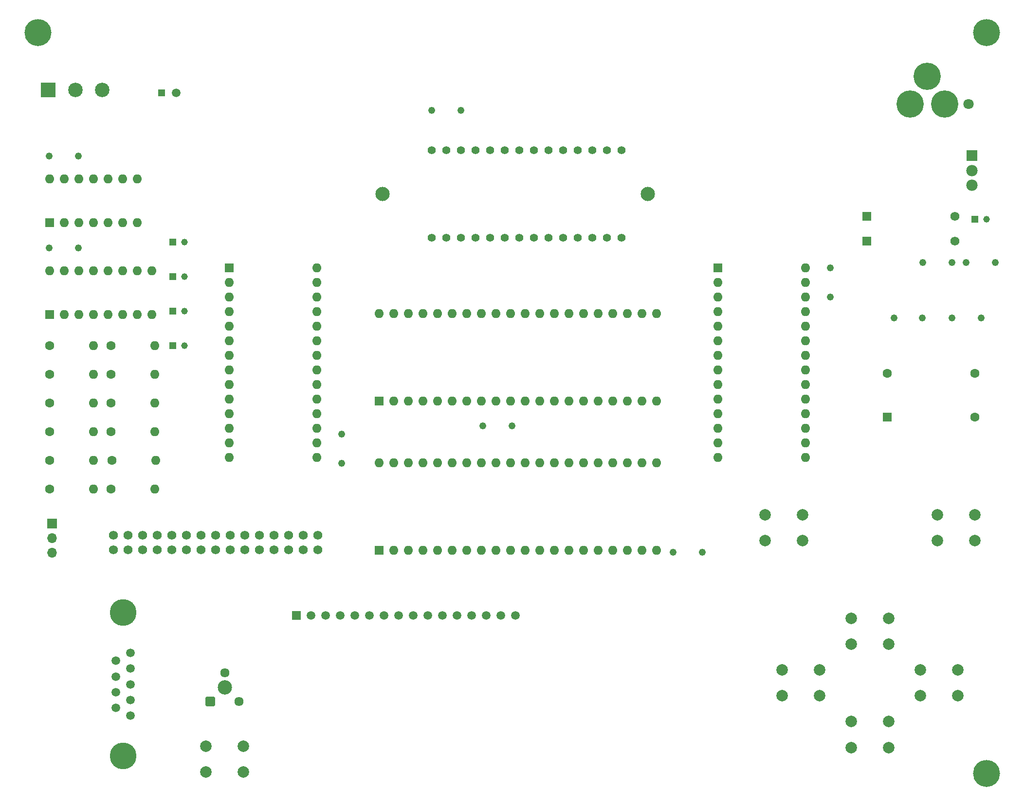
<source format=gbr>
%TF.GenerationSoftware,KiCad,Pcbnew,8.0.3*%
%TF.CreationDate,2024-08-11T02:15:34-07:00*%
%TF.ProjectId,6502-rev1,36353032-2d72-4657-9631-2e6b69636164,rev?*%
%TF.SameCoordinates,Original*%
%TF.FileFunction,Soldermask,Bot*%
%TF.FilePolarity,Negative*%
%FSLAX46Y46*%
G04 Gerber Fmt 4.6, Leading zero omitted, Abs format (unit mm)*
G04 Created by KiCad (PCBNEW 8.0.3) date 2024-08-11 02:15:34*
%MOMM*%
%LPD*%
G01*
G04 APERTURE LIST*
G04 Aperture macros list*
%AMRoundRect*
0 Rectangle with rounded corners*
0 $1 Rounding radius*
0 $2 $3 $4 $5 $6 $7 $8 $9 X,Y pos of 4 corners*
0 Add a 4 corners polygon primitive as box body*
4,1,4,$2,$3,$4,$5,$6,$7,$8,$9,$2,$3,0*
0 Add four circle primitives for the rounded corners*
1,1,$1+$1,$2,$3*
1,1,$1+$1,$4,$5*
1,1,$1+$1,$6,$7*
1,1,$1+$1,$8,$9*
0 Add four rect primitives between the rounded corners*
20,1,$1+$1,$2,$3,$4,$5,0*
20,1,$1+$1,$4,$5,$6,$7,0*
20,1,$1+$1,$6,$7,$8,$9,0*
20,1,$1+$1,$8,$9,$2,$3,0*%
G04 Aperture macros list end*
%ADD10C,1.600000*%
%ADD11O,1.600000X1.600000*%
%ADD12C,4.700000*%
%ADD13C,1.234000*%
%ADD14R,1.600000X1.600000*%
%ADD15C,2.475000*%
%ADD16C,1.404000*%
%ADD17C,1.980000*%
%ADD18R,1.980000X1.980000*%
%ADD19C,2.000000*%
%ADD20C,2.520000*%
%ADD21R,2.520000X2.520000*%
%ADD22C,2.500000*%
%ADD23C,1.612000*%
%ADD24RoundRect,0.102000X-0.704000X-0.704000X0.704000X-0.704000X0.704000X0.704000X-0.704000X0.704000X0*%
%ADD25C,1.570000*%
%ADD26C,4.650000*%
%ADD27C,1.500000*%
%ADD28R,1.500000X1.500000*%
%ADD29O,1.700000X1.700000*%
%ADD30R,1.700000X1.700000*%
%ADD31C,1.800000*%
%ADD32C,4.743000*%
%ADD33R,1.200000X1.200000*%
%ADD34C,1.575000*%
%ADD35R,1.575000X1.575000*%
%ADD36C,1.210000*%
%ADD37R,1.150000X1.150000*%
%ADD38C,1.150000*%
G04 APERTURE END LIST*
D10*
%TO.C,R11*%
X85380000Y-103000000D03*
D11*
X93000000Y-103000000D03*
%TD*%
D12*
%TO.C,MH5*%
X237500000Y-157500000D03*
%TD*%
%TO.C,MH4*%
X237500000Y-28500000D03*
%TD*%
%TO.C,MH3*%
X72500000Y-28500000D03*
%TD*%
D13*
%TO.C,Y1*%
X226320000Y-78190000D03*
X221440000Y-78190000D03*
%TD*%
D10*
%TO.C,X1*%
X220260000Y-87880000D03*
X235500000Y-87880000D03*
X235500000Y-95500000D03*
D14*
X220260000Y-95500000D03*
%TD*%
%TO.C,U8*%
X74565000Y-77620000D03*
D11*
X77105000Y-77620000D03*
X79645000Y-77620000D03*
X82185000Y-77620000D03*
X84725000Y-77620000D03*
X87265000Y-77620000D03*
X89805000Y-77620000D03*
X92345000Y-77620000D03*
X92345000Y-70000000D03*
X89805000Y-70000000D03*
X87265000Y-70000000D03*
X84725000Y-70000000D03*
X82185000Y-70000000D03*
X79645000Y-70000000D03*
X77105000Y-70000000D03*
X74565000Y-70000000D03*
%TD*%
D14*
%TO.C,U7*%
X105760000Y-69475000D03*
D11*
X105760000Y-72015000D03*
X105760000Y-74555000D03*
X105760000Y-77095000D03*
X105760000Y-79635000D03*
X105760000Y-82175000D03*
X105760000Y-84715000D03*
X105760000Y-87255000D03*
X105760000Y-89795000D03*
X105760000Y-92335000D03*
X105760000Y-94875000D03*
X105760000Y-97415000D03*
X105760000Y-99955000D03*
X105760000Y-102495000D03*
X121000000Y-102495000D03*
X121000000Y-99955000D03*
X121000000Y-97415000D03*
X121000000Y-94875000D03*
X121000000Y-92335000D03*
X121000000Y-89795000D03*
X121000000Y-87255000D03*
X121000000Y-84715000D03*
X121000000Y-82175000D03*
X121000000Y-79635000D03*
X121000000Y-77095000D03*
X121000000Y-74555000D03*
X121000000Y-72015000D03*
X121000000Y-69475000D03*
%TD*%
%TO.C,U6*%
X131875000Y-103385000D03*
X134415000Y-103385000D03*
X136955000Y-103385000D03*
X139495000Y-103385000D03*
X142035000Y-103385000D03*
X144575000Y-103385000D03*
X147115000Y-103385000D03*
X149655000Y-103385000D03*
X152195000Y-103385000D03*
X154735000Y-103385000D03*
X157275000Y-103385000D03*
X159815000Y-103385000D03*
X162355000Y-103385000D03*
X164895000Y-103385000D03*
X167435000Y-103385000D03*
X169975000Y-103385000D03*
X172515000Y-103385000D03*
X175055000Y-103385000D03*
X177595000Y-103385000D03*
X180135000Y-103385000D03*
X180135000Y-118625000D03*
X177595000Y-118625000D03*
X175055000Y-118625000D03*
X172515000Y-118625000D03*
X169975000Y-118625000D03*
X167435000Y-118625000D03*
X164895000Y-118625000D03*
X162355000Y-118625000D03*
X159815000Y-118625000D03*
X157275000Y-118625000D03*
X154735000Y-118625000D03*
X152195000Y-118625000D03*
X149655000Y-118625000D03*
X147115000Y-118625000D03*
X144575000Y-118625000D03*
X142035000Y-118625000D03*
X139495000Y-118625000D03*
X136955000Y-118625000D03*
X134415000Y-118625000D03*
D14*
X131875000Y-118625000D03*
%TD*%
%TO.C,U5*%
X190760000Y-69475000D03*
D11*
X190760000Y-72015000D03*
X190760000Y-74555000D03*
X190760000Y-77095000D03*
X190760000Y-79635000D03*
X190760000Y-82175000D03*
X190760000Y-84715000D03*
X190760000Y-87255000D03*
X190760000Y-89795000D03*
X190760000Y-92335000D03*
X190760000Y-94875000D03*
X190760000Y-97415000D03*
X190760000Y-99955000D03*
X190760000Y-102495000D03*
X206000000Y-102495000D03*
X206000000Y-99955000D03*
X206000000Y-97415000D03*
X206000000Y-94875000D03*
X206000000Y-92335000D03*
X206000000Y-89795000D03*
X206000000Y-87255000D03*
X206000000Y-84715000D03*
X206000000Y-82175000D03*
X206000000Y-79635000D03*
X206000000Y-77095000D03*
X206000000Y-74555000D03*
X206000000Y-72015000D03*
X206000000Y-69475000D03*
%TD*%
D15*
%TO.C,U4*%
X178570000Y-56620000D03*
X132470000Y-56620000D03*
D16*
X140980000Y-49000000D03*
X143520000Y-49000000D03*
X146060000Y-49000000D03*
X148600000Y-49000000D03*
X151140000Y-49000000D03*
X153680000Y-49000000D03*
X156220000Y-49000000D03*
X158760000Y-49000000D03*
X161300000Y-49000000D03*
X163840000Y-49000000D03*
X166380000Y-49000000D03*
X168920000Y-49000000D03*
X171460000Y-49000000D03*
X174000000Y-49000000D03*
X174000000Y-64240000D03*
X171460000Y-64240000D03*
X168920000Y-64240000D03*
X166380000Y-64240000D03*
X163840000Y-64240000D03*
X161300000Y-64240000D03*
X158760000Y-64240000D03*
X156220000Y-64240000D03*
X153680000Y-64240000D03*
X151140000Y-64240000D03*
X148600000Y-64240000D03*
X146060000Y-64240000D03*
X143520000Y-64240000D03*
X140980000Y-64240000D03*
%TD*%
D14*
%TO.C,U3*%
X74565000Y-61620000D03*
D11*
X77105000Y-61620000D03*
X79645000Y-61620000D03*
X82185000Y-61620000D03*
X84725000Y-61620000D03*
X87265000Y-61620000D03*
X89805000Y-61620000D03*
X89805000Y-54000000D03*
X87265000Y-54000000D03*
X84725000Y-54000000D03*
X82185000Y-54000000D03*
X79645000Y-54000000D03*
X77105000Y-54000000D03*
X74565000Y-54000000D03*
%TD*%
%TO.C,U2*%
X131875000Y-77385000D03*
X134415000Y-77385000D03*
X136955000Y-77385000D03*
X139495000Y-77385000D03*
X142035000Y-77385000D03*
X144575000Y-77385000D03*
X147115000Y-77385000D03*
X149655000Y-77385000D03*
X152195000Y-77385000D03*
X154735000Y-77385000D03*
X157275000Y-77385000D03*
X159815000Y-77385000D03*
X162355000Y-77385000D03*
X164895000Y-77385000D03*
X167435000Y-77385000D03*
X169975000Y-77385000D03*
X172515000Y-77385000D03*
X175055000Y-77385000D03*
X177595000Y-77385000D03*
X180135000Y-77385000D03*
X180135000Y-92625000D03*
X177595000Y-92625000D03*
X175055000Y-92625000D03*
X172515000Y-92625000D03*
X169975000Y-92625000D03*
X167435000Y-92625000D03*
X164895000Y-92625000D03*
X162355000Y-92625000D03*
X159815000Y-92625000D03*
X157275000Y-92625000D03*
X154735000Y-92625000D03*
X152195000Y-92625000D03*
X149655000Y-92625000D03*
X147115000Y-92625000D03*
X144575000Y-92625000D03*
X142035000Y-92625000D03*
X139495000Y-92625000D03*
X136955000Y-92625000D03*
X134415000Y-92625000D03*
D14*
X131875000Y-92625000D03*
%TD*%
D17*
%TO.C,U1*%
X235000000Y-55050000D03*
X235000000Y-52500000D03*
D18*
X235000000Y-49950000D03*
%TD*%
D19*
%TO.C,SW8*%
X205500000Y-117000000D03*
X199000000Y-117000000D03*
X205500000Y-112500000D03*
X199000000Y-112500000D03*
%TD*%
%TO.C,SW7*%
X232500000Y-144000000D03*
X226000000Y-144000000D03*
X232500000Y-139500000D03*
X226000000Y-139500000D03*
%TD*%
%TO.C,SW6*%
X208500000Y-144000000D03*
X202000000Y-144000000D03*
X208500000Y-139500000D03*
X202000000Y-139500000D03*
%TD*%
%TO.C,SW5*%
X220500000Y-153000000D03*
X214000000Y-153000000D03*
X220500000Y-148500000D03*
X214000000Y-148500000D03*
%TD*%
%TO.C,SW4*%
X220500000Y-135000000D03*
X214000000Y-135000000D03*
X220500000Y-130500000D03*
X214000000Y-130500000D03*
%TD*%
%TO.C,SW3*%
X235500000Y-117000000D03*
X229000000Y-117000000D03*
X235500000Y-112500000D03*
X229000000Y-112500000D03*
%TD*%
%TO.C,RESET*%
X108250000Y-157250000D03*
X101750000Y-157250000D03*
X108250000Y-152750000D03*
X101750000Y-152750000D03*
%TD*%
D20*
%TO.C,SW1*%
X83700000Y-38500000D03*
X79000000Y-38500000D03*
D21*
X74300000Y-38500000D03*
%TD*%
D22*
%TO.C,CONTRAST*%
X105000000Y-142500000D03*
D23*
X107500000Y-145000000D03*
X105000000Y-140000000D03*
D24*
X102500000Y-145000000D03*
%TD*%
D11*
%TO.C,R12*%
X92810000Y-108000000D03*
D10*
X85190000Y-108000000D03*
%TD*%
D11*
%TO.C,R10*%
X92810000Y-98000000D03*
D10*
X85190000Y-98000000D03*
%TD*%
D11*
%TO.C,R9*%
X92810000Y-93000000D03*
D10*
X85190000Y-93000000D03*
%TD*%
D11*
%TO.C,R8*%
X92810000Y-88000000D03*
D10*
X85190000Y-88000000D03*
%TD*%
D11*
%TO.C,R7*%
X92810000Y-83000000D03*
D10*
X85190000Y-83000000D03*
%TD*%
D11*
%TO.C,R6*%
X82185000Y-108000000D03*
D10*
X74565000Y-108000000D03*
%TD*%
D11*
%TO.C,R5*%
X82185000Y-103000000D03*
D10*
X74565000Y-103000000D03*
%TD*%
D11*
%TO.C,R4*%
X82185000Y-98000000D03*
D10*
X74565000Y-98000000D03*
%TD*%
D11*
%TO.C,R3*%
X82185000Y-93000000D03*
D10*
X74565000Y-93000000D03*
%TD*%
D11*
%TO.C,R2*%
X82185000Y-88000000D03*
D10*
X74565000Y-88000000D03*
%TD*%
D11*
%TO.C,R1*%
X82185000Y-83000000D03*
D10*
X74565000Y-83000000D03*
%TD*%
D25*
%TO.C,J5*%
X121160000Y-118540000D03*
X121160000Y-116000000D03*
X118620000Y-118540000D03*
X118620000Y-116000000D03*
X116080000Y-118540000D03*
X116080000Y-116000000D03*
X113540000Y-118540000D03*
X113540000Y-116000000D03*
X111000000Y-118540000D03*
X111000000Y-116000000D03*
X108460000Y-118540000D03*
X108460000Y-116000000D03*
X105920000Y-118540000D03*
X105920000Y-116000000D03*
X103380000Y-118540000D03*
X103380000Y-116000000D03*
X100840000Y-118540000D03*
X100840000Y-116000000D03*
X98300000Y-118540000D03*
X98300000Y-116000000D03*
X95760000Y-118540000D03*
X95760000Y-116000000D03*
X93220000Y-118540000D03*
X93220000Y-116000000D03*
X90680000Y-118540000D03*
X90680000Y-116000000D03*
X88140000Y-118540000D03*
X88140000Y-116000000D03*
X85600000Y-118540000D03*
X85600000Y-116000000D03*
%TD*%
D26*
%TO.C,J4*%
X87350000Y-129500000D03*
X87350000Y-154500000D03*
D27*
X86080000Y-137890000D03*
X86080000Y-140630000D03*
X86080000Y-143370000D03*
X86080000Y-146110000D03*
X88620000Y-136520000D03*
X88620000Y-139260000D03*
X88620000Y-142000000D03*
X88620000Y-144740000D03*
X88620000Y-147480000D03*
%TD*%
D28*
%TO.C,J3*%
X117500000Y-130000000D03*
D27*
X120040000Y-130000000D03*
X122580000Y-130000000D03*
X125120000Y-130000000D03*
X127660000Y-130000000D03*
X130200000Y-130000000D03*
X132740000Y-130000000D03*
X135280000Y-130000000D03*
X137820000Y-130000000D03*
X140360000Y-130000000D03*
X142900000Y-130000000D03*
X145440000Y-130000000D03*
X147980000Y-130000000D03*
X150520000Y-130000000D03*
X153060000Y-130000000D03*
X155600000Y-130000000D03*
%TD*%
D29*
%TO.C,J2*%
X75000000Y-119055000D03*
X75000000Y-116515000D03*
D30*
X75000000Y-113975000D03*
%TD*%
D31*
%TO.C,J1*%
X234430000Y-40950000D03*
D32*
X227230000Y-36150000D03*
X230230000Y-40950000D03*
X224230000Y-40950000D03*
%TD*%
D27*
%TO.C,D3*%
X96540000Y-39000000D03*
D33*
X94000000Y-39000000D03*
%TD*%
D34*
%TO.C,D2*%
X232000000Y-64850000D03*
D35*
X216700000Y-64850000D03*
%TD*%
D34*
%TO.C,D1*%
X232000000Y-60500000D03*
D35*
X216700000Y-60500000D03*
%TD*%
D36*
%TO.C,C15*%
X79540000Y-66000000D03*
X74460000Y-66000000D03*
%TD*%
%TO.C,C14*%
X125385000Y-98460000D03*
X125385000Y-103540000D03*
%TD*%
%TO.C,C13*%
X188080000Y-119000000D03*
X183000000Y-119000000D03*
%TD*%
%TO.C,C12*%
X210385000Y-74540000D03*
X210385000Y-69460000D03*
%TD*%
%TO.C,C11*%
X146080000Y-42000000D03*
X141000000Y-42000000D03*
%TD*%
%TO.C,C10*%
X79540000Y-50000000D03*
X74460000Y-50000000D03*
%TD*%
%TO.C,C9*%
X155000000Y-97000000D03*
X149920000Y-97000000D03*
%TD*%
D37*
%TO.C,C8*%
X96000000Y-83000000D03*
D38*
X98000000Y-83000000D03*
%TD*%
D37*
%TO.C,C7*%
X96000000Y-77000000D03*
D38*
X98000000Y-77000000D03*
%TD*%
D37*
%TO.C,C6*%
X96000000Y-71000000D03*
D38*
X98000000Y-71000000D03*
%TD*%
D37*
%TO.C,C5*%
X96000000Y-65000000D03*
D38*
X98000000Y-65000000D03*
%TD*%
D36*
%TO.C,C3*%
X231540000Y-68500000D03*
X226460000Y-68500000D03*
%TD*%
%TO.C,C2*%
X239040000Y-68500000D03*
X233960000Y-68500000D03*
%TD*%
D38*
%TO.C,C1*%
X237500000Y-61000000D03*
D37*
X235500000Y-61000000D03*
%TD*%
D36*
%TO.C,C4*%
X231500000Y-78190000D03*
X236580000Y-78190000D03*
%TD*%
M02*

</source>
